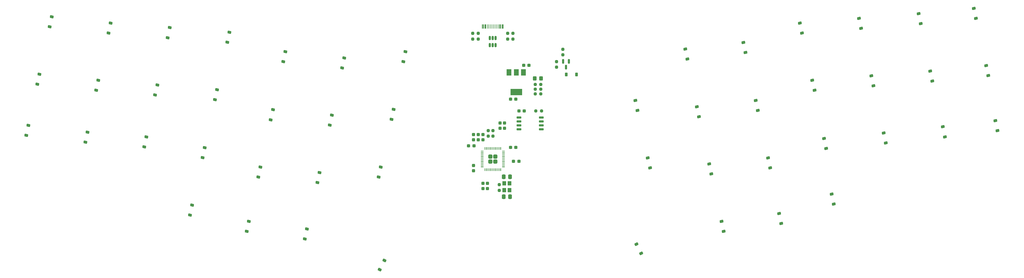
<source format=gbr>
%TF.GenerationSoftware,KiCad,Pcbnew,7.0.2*%
%TF.CreationDate,2024-09-11T18:36:25+10:00*%
%TF.ProjectId,keyboard,6b657962-6f61-4726-942e-6b696361645f,v1.0.0*%
%TF.SameCoordinates,Original*%
%TF.FileFunction,Paste,Bot*%
%TF.FilePolarity,Positive*%
%FSLAX46Y46*%
G04 Gerber Fmt 4.6, Leading zero omitted, Abs format (unit mm)*
G04 Created by KiCad (PCBNEW 7.0.2) date 2024-09-11 18:36:25*
%MOMM*%
%LPD*%
G01*
G04 APERTURE LIST*
G04 Aperture macros list*
%AMRoundRect*
0 Rectangle with rounded corners*
0 $1 Rounding radius*
0 $2 $3 $4 $5 $6 $7 $8 $9 X,Y pos of 4 corners*
0 Add a 4 corners polygon primitive as box body*
4,1,4,$2,$3,$4,$5,$6,$7,$8,$9,$2,$3,0*
0 Add four circle primitives for the rounded corners*
1,1,$1+$1,$2,$3*
1,1,$1+$1,$4,$5*
1,1,$1+$1,$6,$7*
1,1,$1+$1,$8,$9*
0 Add four rect primitives between the rounded corners*
20,1,$1+$1,$2,$3,$4,$5,0*
20,1,$1+$1,$4,$5,$6,$7,0*
20,1,$1+$1,$6,$7,$8,$9,0*
20,1,$1+$1,$8,$9,$2,$3,0*%
G04 Aperture macros list end*
%ADD10RoundRect,0.225000X-0.231980X0.370723X-0.436275X-0.030230X0.231980X-0.370723X0.436275X0.030230X0*%
%ADD11RoundRect,0.237500X-0.250000X-0.237500X0.250000X-0.237500X0.250000X0.237500X-0.250000X0.237500X0*%
%ADD12RoundRect,0.225000X0.413585X-0.142116X0.320025X0.298050X-0.413585X0.142116X-0.320025X-0.298050X0*%
%ADD13RoundRect,0.237500X0.237500X-0.300000X0.237500X0.300000X-0.237500X0.300000X-0.237500X-0.300000X0*%
%ADD14RoundRect,0.225000X-0.436275X0.030230X-0.231980X-0.370723X0.436275X-0.030230X0.231980X0.370723X0*%
%ADD15R,0.250000X1.450000*%
%ADD16R,0.300000X1.450000*%
%ADD17RoundRect,0.225000X0.320025X-0.298050X0.413585X0.142116X-0.320025X0.298050X-0.413585X-0.142116X0*%
%ADD18RoundRect,0.250000X-0.337500X-0.475000X0.337500X-0.475000X0.337500X0.475000X-0.337500X0.475000X0*%
%ADD19RoundRect,0.150000X0.650000X0.150000X-0.650000X0.150000X-0.650000X-0.150000X0.650000X-0.150000X0*%
%ADD20RoundRect,0.237500X-0.237500X0.250000X-0.237500X-0.250000X0.237500X-0.250000X0.237500X0.250000X0*%
%ADD21RoundRect,0.249999X0.395001X0.395001X-0.395001X0.395001X-0.395001X-0.395001X0.395001X-0.395001X0*%
%ADD22RoundRect,0.050000X0.387500X0.050000X-0.387500X0.050000X-0.387500X-0.050000X0.387500X-0.050000X0*%
%ADD23RoundRect,0.050000X0.050000X0.387500X-0.050000X0.387500X-0.050000X-0.387500X0.050000X-0.387500X0*%
%ADD24RoundRect,0.225000X-0.320025X0.298050X-0.413585X-0.142116X0.320025X-0.298050X0.413585X0.142116X0*%
%ADD25RoundRect,0.237500X-0.300000X-0.237500X0.300000X-0.237500X0.300000X0.237500X-0.300000X0.237500X0*%
%ADD26RoundRect,0.250000X0.325000X0.450000X-0.325000X0.450000X-0.325000X-0.450000X0.325000X-0.450000X0*%
%ADD27RoundRect,0.237500X0.300000X0.237500X-0.300000X0.237500X-0.300000X-0.237500X0.300000X-0.237500X0*%
%ADD28RoundRect,0.225000X-0.413585X0.142116X-0.320025X-0.298050X0.413585X-0.142116X0.320025X0.298050X0*%
%ADD29RoundRect,0.250000X0.337500X0.475000X-0.337500X0.475000X-0.337500X-0.475000X0.337500X-0.475000X0*%
%ADD30RoundRect,0.237500X-0.237500X0.300000X-0.237500X-0.300000X0.237500X-0.300000X0.237500X0.300000X0*%
%ADD31RoundRect,0.225000X0.225000X0.375000X-0.225000X0.375000X-0.225000X-0.375000X0.225000X-0.375000X0*%
%ADD32RoundRect,0.150000X-0.150000X0.587500X-0.150000X-0.587500X0.150000X-0.587500X0.150000X0.587500X0*%
%ADD33R,1.200000X1.400000*%
%ADD34RoundRect,0.237500X0.250000X0.237500X-0.250000X0.237500X-0.250000X-0.237500X0.250000X-0.237500X0*%
%ADD35RoundRect,0.237500X0.237500X-0.250000X0.237500X0.250000X-0.237500X0.250000X-0.237500X-0.250000X0*%
%ADD36RoundRect,0.150000X-0.150000X0.512500X-0.150000X-0.512500X0.150000X-0.512500X0.150000X0.512500X0*%
%ADD37R,1.500000X2.000000*%
%ADD38R,3.800000X2.000000*%
G04 APERTURE END LIST*
D10*
%TO.C,D26*%
X177499084Y-181529839D03*
X176000916Y-184470161D03*
%TD*%
D11*
%TO.C,R8*%
X226337500Y-133250000D03*
X228162500Y-133250000D03*
%TD*%
D12*
%TO.C,D38*%
X305343054Y-169613944D03*
X304656946Y-166386056D03*
%TD*%
D13*
%TO.C,C10*%
X214750000Y-138862500D03*
X214750000Y-137137500D03*
%TD*%
D14*
%TO.C,D30*%
X258750916Y-176279839D03*
X260249084Y-179220161D03*
%TD*%
D15*
%TO.C,J1*%
X209052159Y-106012500D03*
X209852159Y-106012500D03*
X211177159Y-106012500D03*
X212177159Y-106012500D03*
X212677159Y-106012500D03*
X213677159Y-106012500D03*
X215002159Y-106012500D03*
X215802159Y-106012500D03*
D16*
X215527159Y-106012500D03*
X214727159Y-106012500D03*
D15*
X214177159Y-106012500D03*
X213177159Y-106012500D03*
X211677159Y-106012500D03*
X210677159Y-106012500D03*
D16*
X210127159Y-106012500D03*
X209327159Y-106012500D03*
%TD*%
D12*
%TO.C,D43*%
X331093054Y-106613944D03*
X330406946Y-103386056D03*
%TD*%
D17*
%TO.C,D3*%
X65656946Y-124613944D03*
X66343054Y-121386056D03*
%TD*%
D12*
%TO.C,D39*%
X312093054Y-108113944D03*
X311406946Y-104886056D03*
%TD*%
D17*
%TO.C,D25*%
X175656946Y-154613944D03*
X176343054Y-151386056D03*
%TD*%
D18*
%TO.C,C3*%
X215962500Y-154481250D03*
X218037500Y-154481250D03*
%TD*%
D19*
%TO.C,U3*%
X228100000Y-135345000D03*
X228100000Y-136615000D03*
X228100000Y-137885000D03*
X228100000Y-139155000D03*
X220900000Y-139155000D03*
X220900000Y-137885000D03*
X220900000Y-136615000D03*
X220900000Y-135345000D03*
%TD*%
D17*
%TO.C,D5*%
X88656946Y-108113944D03*
X89343054Y-104886056D03*
%TD*%
D20*
%TO.C,R4*%
X205966078Y-108250000D03*
X205966078Y-110075000D03*
%TD*%
D13*
%TO.C,C9*%
X207750000Y-142612500D03*
X207750000Y-140887500D03*
%TD*%
D21*
%TO.C,U4*%
X213261078Y-149612500D03*
X213261078Y-148012500D03*
X211661078Y-149612500D03*
X211661078Y-148012500D03*
D22*
X215898578Y-146212500D03*
X215898578Y-146612500D03*
X215898578Y-147012500D03*
X215898578Y-147412500D03*
X215898578Y-147812500D03*
X215898578Y-148212500D03*
X215898578Y-148612500D03*
X215898578Y-149012500D03*
X215898578Y-149412500D03*
X215898578Y-149812500D03*
X215898578Y-150212500D03*
X215898578Y-150612500D03*
X215898578Y-151012500D03*
X215898578Y-151412500D03*
D23*
X215061078Y-152250000D03*
X214661078Y-152250000D03*
X214261078Y-152250000D03*
X213861078Y-152250000D03*
X213461078Y-152250000D03*
X213061078Y-152250000D03*
X212661078Y-152250000D03*
X212261078Y-152250000D03*
X211861078Y-152250000D03*
X211461078Y-152250000D03*
X211061078Y-152250000D03*
X210661078Y-152250000D03*
X210261078Y-152250000D03*
X209861078Y-152250000D03*
D22*
X209023578Y-151412500D03*
X209023578Y-151012500D03*
X209023578Y-150612500D03*
X209023578Y-150212500D03*
X209023578Y-149812500D03*
X209023578Y-149412500D03*
X209023578Y-149012500D03*
X209023578Y-148612500D03*
X209023578Y-148212500D03*
X209023578Y-147812500D03*
X209023578Y-147412500D03*
X209023578Y-147012500D03*
X209023578Y-146612500D03*
X209023578Y-146212500D03*
D23*
X209861078Y-145375000D03*
X210261078Y-145375000D03*
X210661078Y-145375000D03*
X211061078Y-145375000D03*
X211461078Y-145375000D03*
X211861078Y-145375000D03*
X212261078Y-145375000D03*
X212661078Y-145375000D03*
X213061078Y-145375000D03*
X213461078Y-145375000D03*
X213861078Y-145375000D03*
X214261078Y-145375000D03*
X214661078Y-145375000D03*
X215061078Y-145375000D03*
%TD*%
D12*
%TO.C,D34*%
X286843054Y-172113944D03*
X286156946Y-168886056D03*
%TD*%
D24*
%TO.C,D14*%
X115593054Y-163636056D03*
X114906946Y-166863944D03*
%TD*%
D12*
%TO.C,D42*%
X322343054Y-163363944D03*
X321656946Y-160136056D03*
%TD*%
D20*
%TO.C,R13*%
X211000000Y-139587500D03*
X211000000Y-141412500D03*
%TD*%
D12*
%TO.C,D44*%
X335093054Y-125113944D03*
X334406946Y-121886056D03*
%TD*%
D17*
%TO.C,D11*%
X126906946Y-111113944D03*
X127593054Y-107886056D03*
%TD*%
D12*
%TO.C,D50*%
X372093054Y-121863944D03*
X371406946Y-118636056D03*
%TD*%
D25*
%TO.C,C16*%
X218137500Y-145000000D03*
X219862500Y-145000000D03*
%TD*%
D26*
%TO.C,D1*%
X228025000Y-122750000D03*
X225975000Y-122750000D03*
%TD*%
D27*
%TO.C,C12*%
X206362500Y-144500000D03*
X204637500Y-144500000D03*
%TD*%
D20*
%TO.C,R12*%
X212500000Y-139587500D03*
X212500000Y-141412500D03*
%TD*%
D28*
%TO.C,D48*%
X357406946Y-138386056D03*
X358093054Y-141613944D03*
%TD*%
D17*
%TO.C,D12*%
X122906946Y-129613944D03*
X123593054Y-126386056D03*
%TD*%
%TO.C,D7*%
X81156946Y-143363944D03*
X81843054Y-140136056D03*
%TD*%
%TO.C,D10*%
X100156946Y-144863944D03*
X100843054Y-141636056D03*
%TD*%
%TO.C,D16*%
X140906946Y-136113944D03*
X141593054Y-132886056D03*
%TD*%
%TO.C,D9*%
X103656946Y-128113944D03*
X104343054Y-124886056D03*
%TD*%
D29*
%TO.C,C4*%
X218037500Y-160981250D03*
X215962500Y-160981250D03*
%TD*%
D12*
%TO.C,D47*%
X354093054Y-123613944D03*
X353406946Y-120386056D03*
%TD*%
D30*
%TO.C,C13*%
X206250000Y-150887500D03*
X206250000Y-152612500D03*
%TD*%
D31*
%TO.C,D27*%
X239400000Y-121500000D03*
X236100000Y-121500000D03*
%TD*%
D17*
%TO.C,D19*%
X163906946Y-119363944D03*
X164593054Y-116136056D03*
%TD*%
D12*
%TO.C,D49*%
X368093054Y-103363944D03*
X367406946Y-100136056D03*
%TD*%
D17*
%TO.C,D15*%
X144906946Y-117363944D03*
X145593054Y-114136056D03*
%TD*%
D12*
%TO.C,D35*%
X293843054Y-114363944D03*
X293156946Y-111136056D03*
%TD*%
%TO.C,D32*%
X278843054Y-135113944D03*
X278156946Y-131886056D03*
%TD*%
D28*
%TO.C,D51*%
X374406946Y-136386056D03*
X375093054Y-139613944D03*
%TD*%
D12*
%TO.C,D31*%
X275186108Y-116477888D03*
X274500000Y-113250000D03*
%TD*%
D13*
%TO.C,C7*%
X216250000Y-138862500D03*
X216250000Y-137137500D03*
%TD*%
D32*
%TO.C,Q1*%
X235100000Y-117250000D03*
X237000000Y-117250000D03*
X236050000Y-119125000D03*
%TD*%
D11*
%TO.C,R2*%
X226087500Y-126250000D03*
X227912500Y-126250000D03*
%TD*%
D12*
%TO.C,D28*%
X259093054Y-133113944D03*
X258406946Y-129886056D03*
%TD*%
%TO.C,D33*%
X282843054Y-153613944D03*
X282156946Y-150386056D03*
%TD*%
D17*
%TO.C,D6*%
X84656946Y-126613944D03*
X85343054Y-123386056D03*
%TD*%
D33*
%TO.C,Y1*%
X217850000Y-156631250D03*
X217850000Y-158831250D03*
X216150000Y-158831250D03*
X216150000Y-156631250D03*
%TD*%
D34*
%TO.C,R1*%
X227912500Y-127750000D03*
X226087500Y-127750000D03*
%TD*%
D35*
%TO.C,R11*%
X214500000Y-158893750D03*
X214500000Y-157068750D03*
%TD*%
D27*
%TO.C,C2*%
X219862500Y-129500000D03*
X218137500Y-129500000D03*
%TD*%
D12*
%TO.C,D41*%
X319843054Y-145363944D03*
X319156946Y-142136056D03*
%TD*%
D30*
%TO.C,C6*%
X209250000Y-156637500D03*
X209250000Y-158362500D03*
%TD*%
D12*
%TO.C,D40*%
X316093054Y-126613944D03*
X315406946Y-123386056D03*
%TD*%
%TO.C,D29*%
X263093054Y-151613944D03*
X262406946Y-148386056D03*
%TD*%
%TO.C,D37*%
X301843054Y-151613944D03*
X301156946Y-148386056D03*
%TD*%
D17*
%TO.C,D13*%
X118906946Y-148363944D03*
X119593054Y-145136056D03*
%TD*%
%TO.C,D21*%
X155906946Y-156363944D03*
X156593054Y-153136056D03*
%TD*%
D30*
%TO.C,C15*%
X210750000Y-156637500D03*
X210750000Y-158362500D03*
%TD*%
D20*
%TO.C,R5*%
X207726078Y-108250000D03*
X207726078Y-110075000D03*
%TD*%
D17*
%TO.C,D2*%
X69656946Y-106113944D03*
X70343054Y-102886056D03*
%TD*%
D25*
%TO.C,C1*%
X222387500Y-118500000D03*
X224112500Y-118500000D03*
%TD*%
D12*
%TO.C,D46*%
X350343054Y-105113944D03*
X349656946Y-101886056D03*
%TD*%
D36*
%TO.C,U2*%
X211477156Y-109775000D03*
X212427156Y-109775000D03*
X213377156Y-109775000D03*
X213377156Y-112050000D03*
X212427156Y-112050000D03*
X211477156Y-112050000D03*
%TD*%
D13*
%TO.C,C8*%
X209250000Y-142612500D03*
X209250000Y-140887500D03*
%TD*%
D37*
%TO.C,U1*%
X217700000Y-120850000D03*
X220000000Y-120850000D03*
D38*
X220000000Y-127150000D03*
D37*
X222300000Y-120850000D03*
%TD*%
D25*
%TO.C,C14*%
X219137500Y-149500000D03*
X220862500Y-149500000D03*
%TD*%
D17*
%TO.C,D20*%
X159906946Y-137863944D03*
X160593054Y-134636056D03*
%TD*%
D34*
%TO.C,R3*%
X227912500Y-124750000D03*
X226087500Y-124750000D03*
%TD*%
D13*
%TO.C,C11*%
X206250000Y-142612500D03*
X206250000Y-140887500D03*
%TD*%
D35*
%TO.C,R10*%
X233000000Y-119162500D03*
X233000000Y-117337500D03*
%TD*%
D12*
%TO.C,D45*%
X339093054Y-143613944D03*
X338406946Y-140386056D03*
%TD*%
D17*
%TO.C,D17*%
X136906946Y-154613944D03*
X137593054Y-151386056D03*
%TD*%
%TO.C,D23*%
X183656946Y-117363944D03*
X184343054Y-114136056D03*
%TD*%
D25*
%TO.C,C5*%
X220887500Y-133250000D03*
X222612500Y-133250000D03*
%TD*%
D20*
%TO.C,R9*%
X235000000Y-113337500D03*
X235000000Y-115162500D03*
%TD*%
D17*
%TO.C,D8*%
X107656946Y-109613944D03*
X108343054Y-106386056D03*
%TD*%
D20*
%TO.C,R7*%
X218956078Y-108250000D03*
X218956078Y-110075000D03*
%TD*%
D12*
%TO.C,D36*%
X297843054Y-133113944D03*
X297156946Y-129886056D03*
%TD*%
D17*
%TO.C,D4*%
X62156946Y-141113944D03*
X62843054Y-137886056D03*
%TD*%
D24*
%TO.C,D18*%
X133843054Y-168886056D03*
X133156946Y-172113944D03*
%TD*%
D20*
%TO.C,R6*%
X217216078Y-108250000D03*
X217216078Y-110075000D03*
%TD*%
D17*
%TO.C,D24*%
X179813892Y-135977888D03*
X180500000Y-132750000D03*
%TD*%
%TO.C,D22*%
X151906946Y-174613944D03*
X152593054Y-171386056D03*
%TD*%
M02*

</source>
